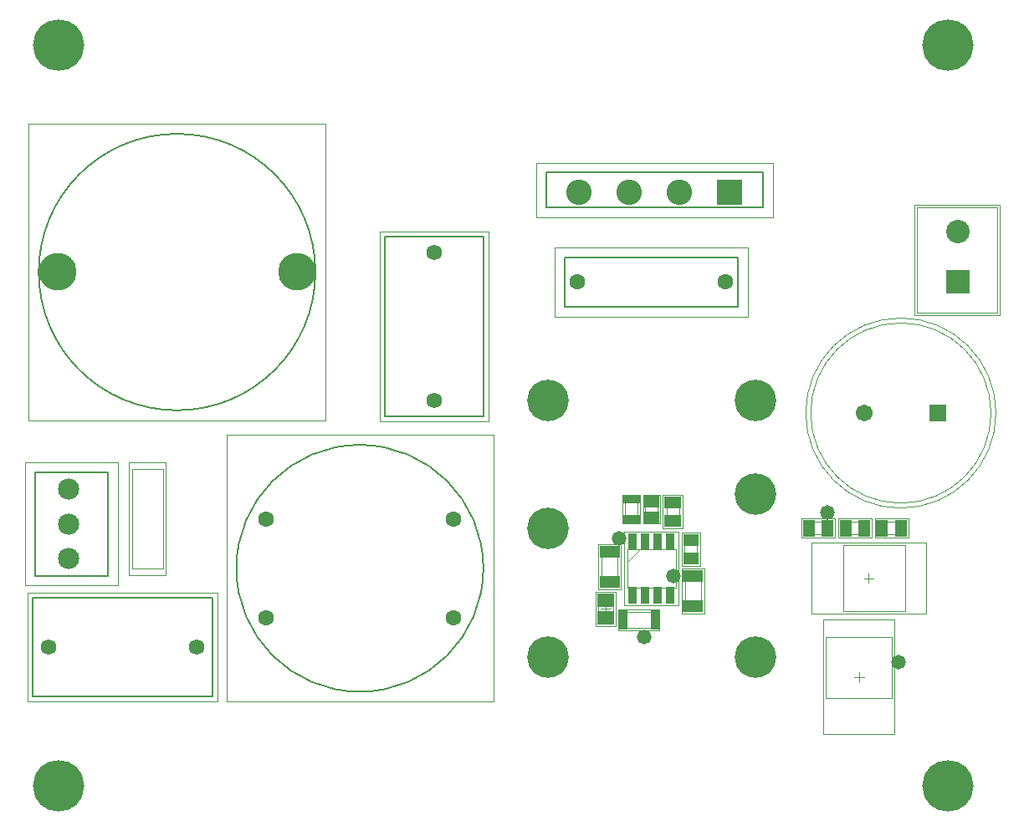
<source format=gbs>
G04 Layer_Color=16711935*
%FSLAX25Y25*%
%MOIN*%
G70*
G01*
G75*
%ADD17C,0.00394*%
%ADD18C,0.00787*%
%ADD19C,0.00197*%
%ADD49C,0.20485*%
%ADD50C,0.06706*%
%ADD51R,0.06706X0.06706*%
%ADD52C,0.06300*%
%ADD53C,0.16548*%
%ADD54C,0.09363*%
%ADD55R,0.09363X0.09363*%
%ADD56C,0.10131*%
%ADD57R,0.10131X0.10131*%
%ADD58C,0.06237*%
%ADD59C,0.06312*%
%ADD60C,0.14973*%
%ADD61C,0.08477*%
%ADD62C,0.05800*%
%ADD63R,0.04737X0.06509*%
%ADD64R,0.03241X0.07965*%
%ADD65R,0.06312X0.04540*%
%ADD66R,0.06509X0.04737*%
%ADD67R,0.07887X0.04934*%
%ADD68R,0.06509X0.05328*%
%ADD69R,0.03556X0.06804*%
%ADD70R,0.06587X0.03241*%
%ADD71R,0.06272X0.04580*%
D17*
X588091Y325672D02*
G03*
X588091Y325672I-35925J0D01*
G01*
X544522Y282267D02*
X552396D01*
X544522Y277345D02*
Y282267D01*
Y277345D02*
X552396D01*
Y282267D01*
X529938D02*
X537812D01*
X529938Y277345D02*
Y282267D01*
Y277345D02*
X537812D01*
Y282267D01*
X515354D02*
X523228D01*
X515354Y277345D02*
Y282267D01*
Y277345D02*
X523228D01*
Y282267D01*
X441525Y240190D02*
Y246489D01*
X454123D01*
Y240190D02*
Y246489D01*
X441525Y240190D02*
X454123D01*
X466060Y267510D02*
X470981D01*
X466060D02*
Y275384D01*
X470981D01*
Y267510D02*
Y275384D01*
X463796Y282399D02*
Y290273D01*
X458875D02*
X463796D01*
X458875Y282399D02*
Y290273D01*
Y282399D02*
X463796D01*
X466158Y248497D02*
Y260899D01*
Y248497D02*
X472458D01*
Y260899D01*
X466158D02*
X472458D01*
X437433Y243208D02*
Y251869D01*
X431724Y243208D02*
Y251869D01*
Y243208D02*
X437433D01*
X431724Y251869D02*
X437433D01*
X439353Y258185D02*
Y270587D01*
X433054D02*
X439353D01*
X433054Y258185D02*
Y270587D01*
Y258185D02*
X439353D01*
X443110Y266457D02*
X448110Y271457D01*
X443110D02*
X462402D01*
Y256102D02*
Y271457D01*
X443110Y256102D02*
X462402D01*
X443110D02*
Y271457D01*
X442345Y283454D02*
X447267D01*
X442345D02*
Y291328D01*
X447267D01*
Y283454D02*
Y291328D01*
X455315Y283375D02*
Y291249D01*
X450394D02*
X455315D01*
X450394Y283375D02*
Y291249D01*
Y283375D02*
X455315D01*
X548720Y212008D02*
Y236496D01*
X522146Y212008D02*
Y236496D01*
X548720D01*
X522146Y212008D02*
X548720D01*
X529331Y246555D02*
X553819D01*
X529331Y273130D02*
X553819D01*
Y246555D02*
Y273130D01*
X529331Y246555D02*
Y273130D01*
X590551Y365748D02*
Y407717D01*
X558661D02*
X590551D01*
X558661Y365748D02*
Y407717D01*
Y365748D02*
X590551D01*
X245827Y303346D02*
X258110D01*
X245827Y263583D02*
Y303346D01*
Y263583D02*
X258110D01*
Y303346D01*
X432610Y247538D02*
X436547D01*
X434579Y245570D02*
Y249507D01*
X533465Y220472D02*
X537402D01*
X535433Y218504D02*
Y222441D01*
X414370Y364173D02*
X491142D01*
X414370D02*
Y391732D01*
X491142D01*
Y364173D02*
Y391732D01*
X539370Y257874D02*
Y261811D01*
X537402Y259843D02*
X541339D01*
X406811Y403839D02*
Y425492D01*
Y403839D02*
X501299D01*
Y425492D01*
X406811D02*
X501299D01*
X204331Y210630D02*
X279921D01*
X204331D02*
Y253937D01*
X279921D01*
Y210630D02*
Y253937D01*
X389764Y210630D02*
Y316929D01*
X283465Y210630D02*
X389764D01*
X283465D02*
Y316929D01*
X389764D01*
X387795Y322441D02*
Y398032D01*
X344488Y322441D02*
X387795D01*
X344488D02*
Y398032D01*
X387795D01*
X322835Y322835D02*
Y440945D01*
X204724D02*
X322835D01*
X204724Y322835D02*
Y440945D01*
Y322835D02*
X322835D01*
X203150Y306102D02*
X240157D01*
X203150Y256890D02*
Y306102D01*
Y256890D02*
X240157D01*
Y306102D01*
D18*
X336614Y312992D02*
G03*
X336614Y214567I0J-49213D01*
G01*
D02*
G03*
X336614Y312992I0J49213D01*
G01*
X208661Y381890D02*
G03*
X318898Y381890I55118J0D01*
G01*
D02*
G03*
X208661Y381890I-55118J0D01*
G01*
X418307Y368110D02*
X487205D01*
X418307D02*
Y387795D01*
X487205D01*
Y368110D02*
Y387795D01*
X410748Y407776D02*
Y421555D01*
Y407776D02*
X497362D01*
Y421555D01*
X410748D02*
X497362D01*
X206299Y212598D02*
X277953D01*
X206299D02*
Y251969D01*
X277953D01*
Y212598D02*
Y251969D01*
X385827Y324409D02*
Y396063D01*
X346457Y324409D02*
X385827D01*
X346457D02*
Y396063D01*
X385827D01*
X207087Y302165D02*
X236220D01*
X207087Y260827D02*
Y302165D01*
Y260827D02*
X236220D01*
Y302165D01*
D19*
X590059Y325672D02*
G03*
X590059Y325672I-37894J0D01*
G01*
X541766Y283743D02*
X555152D01*
X541766Y275869D02*
Y283743D01*
Y275869D02*
X555152D01*
Y283743D01*
X527182D02*
X540568D01*
X527182Y275869D02*
Y283743D01*
Y275869D02*
X540568D01*
Y283743D01*
X512598D02*
X525984D01*
X512598Y275869D02*
Y283743D01*
Y275869D02*
X525984D01*
Y283743D01*
X439714Y239166D02*
Y247513D01*
X455934D01*
Y239166D02*
Y247513D01*
X439714Y239166D02*
X455934D01*
X464781Y264852D02*
X472261D01*
X464781D02*
Y278041D01*
X472261D01*
Y264852D02*
Y278041D01*
X465273Y279643D02*
Y293029D01*
X457399D02*
X465273D01*
X457399Y279643D02*
Y293029D01*
Y279643D02*
X465273D01*
X464781Y245741D02*
Y263655D01*
Y245741D02*
X473836D01*
Y263655D01*
X464781D02*
X473836D01*
X438516Y240845D02*
Y254231D01*
X430642Y240845D02*
Y254231D01*
Y240845D02*
X438516D01*
X430642Y254231D02*
X438516D01*
X440731Y255429D02*
Y273343D01*
X431676D02*
X440731D01*
X431676Y255429D02*
Y273343D01*
Y255429D02*
X440731D01*
X441929Y278445D02*
X463583D01*
Y249114D02*
Y278445D01*
X441929Y249114D02*
X463583D01*
X441929D02*
Y278445D01*
X441302Y281643D02*
X448310D01*
X441302D02*
Y293139D01*
X448310D01*
Y281643D02*
Y293139D01*
X456201Y281643D02*
Y292981D01*
X449508D02*
X456201D01*
X449508Y281643D02*
Y292981D01*
Y281643D02*
X456201D01*
X549705Y197638D02*
Y243307D01*
X521161Y197638D02*
Y243307D01*
X549705D01*
X521161Y197638D02*
X549705D01*
X516535Y245571D02*
X562205D01*
X516535Y274114D02*
X562205D01*
Y245571D02*
Y274114D01*
X516535Y245571D02*
Y274114D01*
X591535Y364764D02*
Y408701D01*
X557677D02*
X591535D01*
X557677Y364764D02*
Y408701D01*
Y364764D02*
X591535D01*
X244626Y305925D02*
X259311D01*
X244626Y261004D02*
Y305925D01*
Y261004D02*
X259311D01*
Y305925D01*
D49*
X570866Y472441D02*
D03*
Y177165D02*
D03*
X216535D02*
D03*
Y472441D02*
D03*
D50*
X537402Y325672D02*
D03*
D51*
X566929D02*
D03*
D52*
X482283Y377953D02*
D03*
X423228D02*
D03*
D53*
X494094Y293307D02*
D03*
Y228346D02*
D03*
Y330709D02*
D03*
X411417D02*
D03*
Y228346D02*
D03*
Y279528D02*
D03*
D54*
X574803Y397953D02*
D03*
D55*
Y377953D02*
D03*
D56*
X424055Y413681D02*
D03*
X444055D02*
D03*
X464055D02*
D03*
D57*
X484055D02*
D03*
D58*
X271654Y232283D02*
D03*
X212598D02*
D03*
X366142Y389764D02*
D03*
Y330709D02*
D03*
D59*
X299213Y283465D02*
D03*
X374016D02*
D03*
X299213Y244094D02*
D03*
X374016D02*
D03*
D60*
X216142Y381890D02*
D03*
X311417D02*
D03*
D61*
X220472Y267717D02*
D03*
Y281496D02*
D03*
Y295276D02*
D03*
D62*
X439961Y275590D02*
D03*
X523032Y286023D02*
D03*
X461614Y260827D02*
D03*
X449803Y236221D02*
D03*
X551400Y226200D02*
D03*
D63*
X552199Y279806D02*
D03*
X544719D02*
D03*
X537615D02*
D03*
X530135D02*
D03*
X523032D02*
D03*
X515551D02*
D03*
D64*
X454123Y243340D02*
D03*
X441525D02*
D03*
D65*
X468521Y275187D02*
D03*
Y267707D02*
D03*
D66*
X461336Y282595D02*
D03*
Y290076D02*
D03*
D67*
X469308Y260603D02*
D03*
Y248792D02*
D03*
X436204Y258480D02*
D03*
Y270291D02*
D03*
D68*
X434579Y244094D02*
D03*
Y250983D02*
D03*
D69*
X445256Y253102D02*
D03*
X450256D02*
D03*
X455256D02*
D03*
X460256D02*
D03*
Y274457D02*
D03*
X455256D02*
D03*
X450256D02*
D03*
X445256D02*
D03*
D70*
X444806Y291328D02*
D03*
Y283454D02*
D03*
D71*
X452854Y284123D02*
D03*
Y290501D02*
D03*
M02*

</source>
